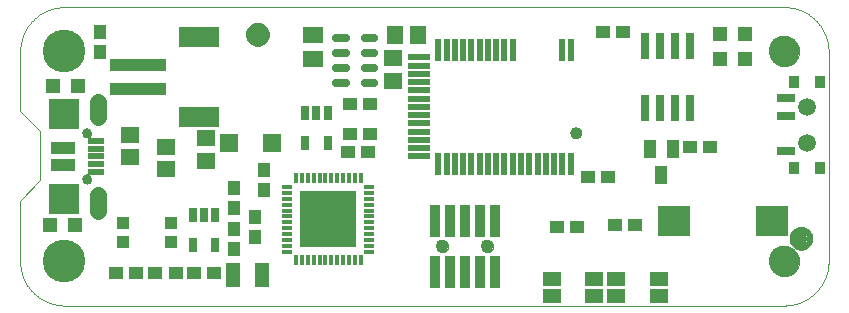
<source format=gts>
G75*
%MOIN*%
%OFA0B0*%
%FSLAX25Y25*%
%IPPOS*%
%LPD*%
%AMOC8*
5,1,8,0,0,1.08239X$1,22.5*
%
%ADD10C,0.00000*%
%ADD11C,0.10243*%
%ADD12R,0.06306X0.05282*%
%ADD13R,0.04337X0.04731*%
%ADD14R,0.05124X0.05124*%
%ADD15R,0.04731X0.04337*%
%ADD16C,0.04337*%
%ADD17C,0.01969*%
%ADD18R,0.04337X0.04337*%
%ADD19C,0.14243*%
%ADD20C,0.03156*%
%ADD21R,0.10243X0.10243*%
%ADD22C,0.05550*%
%ADD23R,0.08274X0.04337*%
%ADD24R,0.05709X0.01969*%
%ADD25R,0.02565X0.05124*%
%ADD26R,0.05912X0.05912*%
%ADD27R,0.18510X0.04337*%
%ADD28R,0.13786X0.06699*%
%ADD29R,0.03353X0.01384*%
%ADD30R,0.01384X0.03353*%
%ADD31R,0.18904X0.18904*%
%ADD32R,0.04731X0.07880*%
%ADD33R,0.05282X0.06306*%
%ADD34R,0.02172X0.07683*%
%ADD35R,0.07683X0.02172*%
%ADD36C,0.03943*%
%ADD37C,0.02565*%
%ADD38R,0.06699X0.05518*%
%ADD39R,0.04337X0.05912*%
%ADD40R,0.11069X0.09888*%
%ADD41R,0.03392X0.10636*%
%ADD42R,0.02762X0.09061*%
%ADD43R,0.05912X0.04534*%
%ADD44R,0.06306X0.03156*%
%ADD45R,0.03550X0.04337*%
%ADD46C,0.05943*%
D10*
X0059095Y0057209D02*
X0299095Y0057209D01*
X0299451Y0057213D01*
X0299806Y0057226D01*
X0300162Y0057248D01*
X0300516Y0057278D01*
X0300870Y0057316D01*
X0301222Y0057364D01*
X0301574Y0057419D01*
X0301924Y0057483D01*
X0302272Y0057556D01*
X0302619Y0057637D01*
X0302963Y0057726D01*
X0303305Y0057824D01*
X0303645Y0057930D01*
X0303982Y0058044D01*
X0304316Y0058166D01*
X0304647Y0058296D01*
X0304975Y0058434D01*
X0305300Y0058580D01*
X0305621Y0058734D01*
X0305938Y0058896D01*
X0306251Y0059065D01*
X0306559Y0059241D01*
X0306864Y0059425D01*
X0307164Y0059617D01*
X0307459Y0059815D01*
X0307750Y0060021D01*
X0308035Y0060234D01*
X0308315Y0060453D01*
X0308590Y0060679D01*
X0308859Y0060912D01*
X0309122Y0061151D01*
X0309380Y0061397D01*
X0309631Y0061648D01*
X0309877Y0061906D01*
X0310116Y0062169D01*
X0310349Y0062438D01*
X0310575Y0062713D01*
X0310794Y0062993D01*
X0311007Y0063278D01*
X0311213Y0063569D01*
X0311411Y0063864D01*
X0311603Y0064164D01*
X0311787Y0064469D01*
X0311963Y0064777D01*
X0312132Y0065090D01*
X0312294Y0065407D01*
X0312448Y0065728D01*
X0312594Y0066053D01*
X0312732Y0066381D01*
X0312862Y0066712D01*
X0312984Y0067046D01*
X0313098Y0067383D01*
X0313204Y0067723D01*
X0313302Y0068065D01*
X0313391Y0068409D01*
X0313472Y0068756D01*
X0313545Y0069104D01*
X0313609Y0069454D01*
X0313664Y0069806D01*
X0313712Y0070158D01*
X0313750Y0070512D01*
X0313780Y0070866D01*
X0313802Y0071222D01*
X0313815Y0071577D01*
X0313819Y0071933D01*
X0313820Y0071933D02*
X0313820Y0141933D01*
X0313819Y0141933D02*
X0313815Y0142289D01*
X0313802Y0142644D01*
X0313780Y0143000D01*
X0313750Y0143354D01*
X0313712Y0143708D01*
X0313664Y0144060D01*
X0313609Y0144412D01*
X0313545Y0144762D01*
X0313472Y0145110D01*
X0313391Y0145457D01*
X0313302Y0145801D01*
X0313204Y0146143D01*
X0313098Y0146483D01*
X0312984Y0146820D01*
X0312862Y0147154D01*
X0312732Y0147485D01*
X0312594Y0147813D01*
X0312448Y0148138D01*
X0312294Y0148459D01*
X0312132Y0148776D01*
X0311963Y0149089D01*
X0311787Y0149397D01*
X0311603Y0149702D01*
X0311411Y0150002D01*
X0311213Y0150297D01*
X0311007Y0150588D01*
X0310794Y0150873D01*
X0310575Y0151153D01*
X0310349Y0151428D01*
X0310116Y0151697D01*
X0309877Y0151960D01*
X0309631Y0152218D01*
X0309380Y0152469D01*
X0309122Y0152715D01*
X0308859Y0152954D01*
X0308590Y0153187D01*
X0308315Y0153413D01*
X0308035Y0153632D01*
X0307750Y0153845D01*
X0307459Y0154051D01*
X0307164Y0154249D01*
X0306864Y0154441D01*
X0306559Y0154625D01*
X0306251Y0154801D01*
X0305938Y0154970D01*
X0305621Y0155132D01*
X0305300Y0155286D01*
X0304975Y0155432D01*
X0304647Y0155570D01*
X0304316Y0155700D01*
X0303982Y0155822D01*
X0303645Y0155936D01*
X0303305Y0156042D01*
X0302963Y0156140D01*
X0302619Y0156229D01*
X0302272Y0156310D01*
X0301924Y0156383D01*
X0301574Y0156447D01*
X0301222Y0156502D01*
X0300870Y0156550D01*
X0300516Y0156588D01*
X0300162Y0156618D01*
X0299806Y0156640D01*
X0299451Y0156653D01*
X0299095Y0156657D01*
X0059095Y0156657D01*
X0058739Y0156653D01*
X0058384Y0156640D01*
X0058028Y0156618D01*
X0057674Y0156588D01*
X0057320Y0156550D01*
X0056968Y0156502D01*
X0056616Y0156447D01*
X0056266Y0156383D01*
X0055918Y0156310D01*
X0055571Y0156229D01*
X0055227Y0156140D01*
X0054885Y0156042D01*
X0054545Y0155936D01*
X0054208Y0155822D01*
X0053874Y0155700D01*
X0053543Y0155570D01*
X0053215Y0155432D01*
X0052890Y0155286D01*
X0052569Y0155132D01*
X0052252Y0154970D01*
X0051939Y0154801D01*
X0051631Y0154625D01*
X0051326Y0154441D01*
X0051026Y0154249D01*
X0050731Y0154051D01*
X0050440Y0153845D01*
X0050155Y0153632D01*
X0049875Y0153413D01*
X0049600Y0153187D01*
X0049331Y0152954D01*
X0049068Y0152715D01*
X0048810Y0152469D01*
X0048559Y0152218D01*
X0048313Y0151960D01*
X0048074Y0151697D01*
X0047841Y0151428D01*
X0047615Y0151153D01*
X0047396Y0150873D01*
X0047183Y0150588D01*
X0046977Y0150297D01*
X0046779Y0150002D01*
X0046587Y0149702D01*
X0046403Y0149397D01*
X0046227Y0149089D01*
X0046058Y0148776D01*
X0045896Y0148459D01*
X0045742Y0148138D01*
X0045596Y0147813D01*
X0045458Y0147485D01*
X0045328Y0147154D01*
X0045206Y0146820D01*
X0045092Y0146483D01*
X0044986Y0146143D01*
X0044888Y0145801D01*
X0044799Y0145457D01*
X0044718Y0145110D01*
X0044645Y0144762D01*
X0044581Y0144412D01*
X0044526Y0144060D01*
X0044478Y0143708D01*
X0044440Y0143354D01*
X0044410Y0143000D01*
X0044388Y0142644D01*
X0044375Y0142289D01*
X0044371Y0141933D01*
X0044371Y0122157D01*
X0051095Y0115433D01*
X0051095Y0098933D01*
X0044371Y0092209D01*
X0044371Y0071933D01*
X0044375Y0071577D01*
X0044388Y0071222D01*
X0044410Y0070866D01*
X0044440Y0070512D01*
X0044478Y0070158D01*
X0044526Y0069806D01*
X0044581Y0069454D01*
X0044645Y0069104D01*
X0044718Y0068756D01*
X0044799Y0068409D01*
X0044888Y0068065D01*
X0044986Y0067723D01*
X0045092Y0067383D01*
X0045206Y0067046D01*
X0045328Y0066712D01*
X0045458Y0066381D01*
X0045596Y0066053D01*
X0045742Y0065728D01*
X0045896Y0065407D01*
X0046058Y0065090D01*
X0046227Y0064777D01*
X0046403Y0064469D01*
X0046587Y0064164D01*
X0046779Y0063864D01*
X0046977Y0063569D01*
X0047183Y0063278D01*
X0047396Y0062993D01*
X0047615Y0062713D01*
X0047841Y0062438D01*
X0048074Y0062169D01*
X0048313Y0061906D01*
X0048559Y0061648D01*
X0048810Y0061397D01*
X0049068Y0061151D01*
X0049331Y0060912D01*
X0049600Y0060679D01*
X0049875Y0060453D01*
X0050155Y0060234D01*
X0050440Y0060021D01*
X0050731Y0059815D01*
X0051026Y0059617D01*
X0051326Y0059425D01*
X0051631Y0059241D01*
X0051939Y0059065D01*
X0052252Y0058896D01*
X0052569Y0058734D01*
X0052890Y0058580D01*
X0053215Y0058434D01*
X0053543Y0058296D01*
X0053874Y0058166D01*
X0054208Y0058044D01*
X0054545Y0057930D01*
X0054885Y0057824D01*
X0055227Y0057726D01*
X0055571Y0057637D01*
X0055918Y0057556D01*
X0056266Y0057483D01*
X0056616Y0057419D01*
X0056968Y0057364D01*
X0057320Y0057316D01*
X0057674Y0057278D01*
X0058028Y0057248D01*
X0058384Y0057226D01*
X0058739Y0057213D01*
X0059095Y0057209D01*
X0057934Y0090988D02*
X0060296Y0090988D01*
X0060373Y0091000D01*
X0060449Y0091015D01*
X0060525Y0091034D01*
X0060599Y0091057D01*
X0060673Y0091083D01*
X0060744Y0091113D01*
X0060815Y0091147D01*
X0060883Y0091183D01*
X0060950Y0091224D01*
X0061015Y0091267D01*
X0061077Y0091313D01*
X0061138Y0091363D01*
X0061195Y0091415D01*
X0061250Y0091471D01*
X0061302Y0091528D01*
X0061352Y0091589D01*
X0061398Y0091651D01*
X0061441Y0091716D01*
X0061481Y0091783D01*
X0061518Y0091852D01*
X0061551Y0091922D01*
X0061581Y0091994D01*
X0061607Y0092068D01*
X0061629Y0092142D01*
X0061648Y0092218D01*
X0061663Y0092294D01*
X0061674Y0092371D01*
X0061682Y0092449D01*
X0061686Y0092527D01*
X0061685Y0092605D01*
X0061682Y0092682D01*
X0061674Y0092760D01*
X0061682Y0092838D01*
X0061685Y0092915D01*
X0061686Y0092993D01*
X0061682Y0093071D01*
X0061674Y0093149D01*
X0061663Y0093226D01*
X0061648Y0093302D01*
X0061629Y0093378D01*
X0061607Y0093452D01*
X0061581Y0093526D01*
X0061551Y0093598D01*
X0061518Y0093668D01*
X0061481Y0093737D01*
X0061441Y0093804D01*
X0061398Y0093869D01*
X0061352Y0093931D01*
X0061302Y0093992D01*
X0061250Y0094049D01*
X0061195Y0094105D01*
X0061138Y0094157D01*
X0061077Y0094207D01*
X0061015Y0094253D01*
X0060950Y0094296D01*
X0060883Y0094337D01*
X0060815Y0094373D01*
X0060744Y0094407D01*
X0060673Y0094437D01*
X0060599Y0094463D01*
X0060525Y0094486D01*
X0060449Y0094505D01*
X0060373Y0094520D01*
X0060296Y0094532D01*
X0060296Y0094531D02*
X0057934Y0094531D01*
X0057934Y0094532D02*
X0057857Y0094520D01*
X0057781Y0094505D01*
X0057705Y0094486D01*
X0057631Y0094463D01*
X0057557Y0094437D01*
X0057486Y0094407D01*
X0057415Y0094373D01*
X0057347Y0094337D01*
X0057280Y0094296D01*
X0057215Y0094253D01*
X0057153Y0094207D01*
X0057092Y0094157D01*
X0057035Y0094105D01*
X0056980Y0094049D01*
X0056928Y0093992D01*
X0056878Y0093931D01*
X0056832Y0093869D01*
X0056789Y0093804D01*
X0056749Y0093737D01*
X0056712Y0093668D01*
X0056679Y0093598D01*
X0056649Y0093526D01*
X0056623Y0093452D01*
X0056601Y0093378D01*
X0056582Y0093302D01*
X0056567Y0093226D01*
X0056556Y0093149D01*
X0056548Y0093071D01*
X0056544Y0092993D01*
X0056545Y0092915D01*
X0056548Y0092838D01*
X0056556Y0092760D01*
X0056548Y0092682D01*
X0056545Y0092605D01*
X0056544Y0092527D01*
X0056548Y0092449D01*
X0056556Y0092371D01*
X0056567Y0092294D01*
X0056582Y0092218D01*
X0056601Y0092142D01*
X0056623Y0092068D01*
X0056649Y0091994D01*
X0056679Y0091922D01*
X0056712Y0091852D01*
X0056749Y0091783D01*
X0056789Y0091716D01*
X0056832Y0091651D01*
X0056878Y0091589D01*
X0056928Y0091528D01*
X0056980Y0091471D01*
X0057035Y0091415D01*
X0057092Y0091363D01*
X0057153Y0091313D01*
X0057215Y0091267D01*
X0057280Y0091224D01*
X0057347Y0091183D01*
X0057415Y0091147D01*
X0057486Y0091113D01*
X0057557Y0091083D01*
X0057631Y0091057D01*
X0057705Y0091034D01*
X0057781Y0091015D01*
X0057857Y0091000D01*
X0057934Y0090988D01*
X0065217Y0099256D02*
X0065219Y0099330D01*
X0065225Y0099404D01*
X0065235Y0099477D01*
X0065249Y0099550D01*
X0065266Y0099622D01*
X0065288Y0099692D01*
X0065313Y0099762D01*
X0065342Y0099830D01*
X0065375Y0099896D01*
X0065411Y0099961D01*
X0065451Y0100023D01*
X0065493Y0100084D01*
X0065539Y0100142D01*
X0065588Y0100197D01*
X0065640Y0100250D01*
X0065695Y0100300D01*
X0065752Y0100346D01*
X0065812Y0100390D01*
X0065874Y0100430D01*
X0065938Y0100467D01*
X0066004Y0100501D01*
X0066072Y0100531D01*
X0066141Y0100557D01*
X0066212Y0100580D01*
X0066283Y0100598D01*
X0066356Y0100613D01*
X0066429Y0100624D01*
X0066503Y0100631D01*
X0066577Y0100634D01*
X0066650Y0100633D01*
X0066724Y0100628D01*
X0066798Y0100619D01*
X0066871Y0100606D01*
X0066943Y0100589D01*
X0067014Y0100569D01*
X0067084Y0100544D01*
X0067152Y0100516D01*
X0067219Y0100485D01*
X0067284Y0100449D01*
X0067347Y0100411D01*
X0067408Y0100369D01*
X0067467Y0100323D01*
X0067523Y0100275D01*
X0067576Y0100224D01*
X0067626Y0100170D01*
X0067674Y0100113D01*
X0067718Y0100054D01*
X0067760Y0099992D01*
X0067798Y0099929D01*
X0067832Y0099863D01*
X0067863Y0099796D01*
X0067890Y0099727D01*
X0067913Y0099657D01*
X0067933Y0099586D01*
X0067949Y0099513D01*
X0067961Y0099440D01*
X0067969Y0099367D01*
X0067973Y0099293D01*
X0067973Y0099219D01*
X0067969Y0099145D01*
X0067961Y0099072D01*
X0067949Y0098999D01*
X0067933Y0098926D01*
X0067913Y0098855D01*
X0067890Y0098785D01*
X0067863Y0098716D01*
X0067832Y0098649D01*
X0067798Y0098583D01*
X0067760Y0098520D01*
X0067718Y0098458D01*
X0067674Y0098399D01*
X0067626Y0098342D01*
X0067576Y0098288D01*
X0067523Y0098237D01*
X0067467Y0098189D01*
X0067408Y0098143D01*
X0067347Y0098101D01*
X0067284Y0098063D01*
X0067219Y0098027D01*
X0067152Y0097996D01*
X0067084Y0097968D01*
X0067014Y0097943D01*
X0066943Y0097923D01*
X0066871Y0097906D01*
X0066798Y0097893D01*
X0066724Y0097884D01*
X0066650Y0097879D01*
X0066577Y0097878D01*
X0066503Y0097881D01*
X0066429Y0097888D01*
X0066356Y0097899D01*
X0066283Y0097914D01*
X0066212Y0097932D01*
X0066141Y0097955D01*
X0066072Y0097981D01*
X0066004Y0098011D01*
X0065938Y0098045D01*
X0065874Y0098082D01*
X0065812Y0098122D01*
X0065752Y0098166D01*
X0065695Y0098212D01*
X0065640Y0098262D01*
X0065588Y0098315D01*
X0065539Y0098370D01*
X0065493Y0098428D01*
X0065451Y0098489D01*
X0065411Y0098551D01*
X0065375Y0098616D01*
X0065342Y0098682D01*
X0065313Y0098750D01*
X0065288Y0098820D01*
X0065266Y0098890D01*
X0065249Y0098962D01*
X0065235Y0099035D01*
X0065225Y0099108D01*
X0065219Y0099182D01*
X0065217Y0099256D01*
X0065217Y0114610D02*
X0065219Y0114684D01*
X0065225Y0114758D01*
X0065235Y0114831D01*
X0065249Y0114904D01*
X0065266Y0114976D01*
X0065288Y0115046D01*
X0065313Y0115116D01*
X0065342Y0115184D01*
X0065375Y0115250D01*
X0065411Y0115315D01*
X0065451Y0115377D01*
X0065493Y0115438D01*
X0065539Y0115496D01*
X0065588Y0115551D01*
X0065640Y0115604D01*
X0065695Y0115654D01*
X0065752Y0115700D01*
X0065812Y0115744D01*
X0065874Y0115784D01*
X0065938Y0115821D01*
X0066004Y0115855D01*
X0066072Y0115885D01*
X0066141Y0115911D01*
X0066212Y0115934D01*
X0066283Y0115952D01*
X0066356Y0115967D01*
X0066429Y0115978D01*
X0066503Y0115985D01*
X0066577Y0115988D01*
X0066650Y0115987D01*
X0066724Y0115982D01*
X0066798Y0115973D01*
X0066871Y0115960D01*
X0066943Y0115943D01*
X0067014Y0115923D01*
X0067084Y0115898D01*
X0067152Y0115870D01*
X0067219Y0115839D01*
X0067284Y0115803D01*
X0067347Y0115765D01*
X0067408Y0115723D01*
X0067467Y0115677D01*
X0067523Y0115629D01*
X0067576Y0115578D01*
X0067626Y0115524D01*
X0067674Y0115467D01*
X0067718Y0115408D01*
X0067760Y0115346D01*
X0067798Y0115283D01*
X0067832Y0115217D01*
X0067863Y0115150D01*
X0067890Y0115081D01*
X0067913Y0115011D01*
X0067933Y0114940D01*
X0067949Y0114867D01*
X0067961Y0114794D01*
X0067969Y0114721D01*
X0067973Y0114647D01*
X0067973Y0114573D01*
X0067969Y0114499D01*
X0067961Y0114426D01*
X0067949Y0114353D01*
X0067933Y0114280D01*
X0067913Y0114209D01*
X0067890Y0114139D01*
X0067863Y0114070D01*
X0067832Y0114003D01*
X0067798Y0113937D01*
X0067760Y0113874D01*
X0067718Y0113812D01*
X0067674Y0113753D01*
X0067626Y0113696D01*
X0067576Y0113642D01*
X0067523Y0113591D01*
X0067467Y0113543D01*
X0067408Y0113497D01*
X0067347Y0113455D01*
X0067284Y0113417D01*
X0067219Y0113381D01*
X0067152Y0113350D01*
X0067084Y0113322D01*
X0067014Y0113297D01*
X0066943Y0113277D01*
X0066871Y0113260D01*
X0066798Y0113247D01*
X0066724Y0113238D01*
X0066650Y0113233D01*
X0066577Y0113232D01*
X0066503Y0113235D01*
X0066429Y0113242D01*
X0066356Y0113253D01*
X0066283Y0113268D01*
X0066212Y0113286D01*
X0066141Y0113309D01*
X0066072Y0113335D01*
X0066004Y0113365D01*
X0065938Y0113399D01*
X0065874Y0113436D01*
X0065812Y0113476D01*
X0065752Y0113520D01*
X0065695Y0113566D01*
X0065640Y0113616D01*
X0065588Y0113669D01*
X0065539Y0113724D01*
X0065493Y0113782D01*
X0065451Y0113843D01*
X0065411Y0113905D01*
X0065375Y0113970D01*
X0065342Y0114036D01*
X0065313Y0114104D01*
X0065288Y0114174D01*
X0065266Y0114244D01*
X0065249Y0114316D01*
X0065235Y0114389D01*
X0065225Y0114462D01*
X0065219Y0114536D01*
X0065217Y0114610D01*
X0060296Y0119335D02*
X0058131Y0119335D01*
X0058130Y0119334D02*
X0058056Y0119331D01*
X0057981Y0119332D01*
X0057906Y0119336D01*
X0057831Y0119345D01*
X0057757Y0119357D01*
X0057684Y0119373D01*
X0057611Y0119392D01*
X0057540Y0119415D01*
X0057470Y0119442D01*
X0057401Y0119472D01*
X0057334Y0119506D01*
X0057269Y0119543D01*
X0057206Y0119583D01*
X0057145Y0119626D01*
X0057086Y0119673D01*
X0057030Y0119722D01*
X0056976Y0119774D01*
X0056925Y0119829D01*
X0056876Y0119887D01*
X0056831Y0119946D01*
X0056789Y0120008D01*
X0056750Y0120072D01*
X0056714Y0120138D01*
X0056681Y0120206D01*
X0056652Y0120275D01*
X0056627Y0120346D01*
X0056605Y0120417D01*
X0056587Y0120490D01*
X0056573Y0120564D01*
X0056562Y0120638D01*
X0056555Y0120713D01*
X0056556Y0120713D02*
X0056556Y0121500D01*
X0056555Y0121500D02*
X0056562Y0121575D01*
X0056573Y0121649D01*
X0056587Y0121723D01*
X0056605Y0121796D01*
X0056627Y0121867D01*
X0056652Y0121938D01*
X0056681Y0122007D01*
X0056714Y0122075D01*
X0056750Y0122141D01*
X0056789Y0122205D01*
X0056831Y0122267D01*
X0056876Y0122326D01*
X0056925Y0122384D01*
X0056976Y0122439D01*
X0057030Y0122491D01*
X0057086Y0122540D01*
X0057145Y0122587D01*
X0057206Y0122630D01*
X0057269Y0122670D01*
X0057334Y0122707D01*
X0057401Y0122741D01*
X0057470Y0122771D01*
X0057540Y0122798D01*
X0057611Y0122821D01*
X0057684Y0122840D01*
X0057757Y0122856D01*
X0057831Y0122868D01*
X0057906Y0122877D01*
X0057981Y0122881D01*
X0058056Y0122882D01*
X0058130Y0122879D01*
X0058131Y0122878D02*
X0060296Y0122878D01*
X0060368Y0122876D01*
X0060440Y0122870D01*
X0060512Y0122861D01*
X0060583Y0122848D01*
X0060653Y0122831D01*
X0060722Y0122811D01*
X0060790Y0122786D01*
X0060856Y0122759D01*
X0060922Y0122728D01*
X0060985Y0122693D01*
X0061047Y0122656D01*
X0061106Y0122615D01*
X0061163Y0122571D01*
X0061218Y0122524D01*
X0061270Y0122474D01*
X0061320Y0122422D01*
X0061367Y0122367D01*
X0061411Y0122310D01*
X0061452Y0122251D01*
X0061489Y0122189D01*
X0061524Y0122126D01*
X0061555Y0122060D01*
X0061582Y0121994D01*
X0061607Y0121926D01*
X0061627Y0121857D01*
X0061644Y0121787D01*
X0061657Y0121716D01*
X0061666Y0121644D01*
X0061672Y0121572D01*
X0061674Y0121500D01*
X0061674Y0120713D01*
X0061672Y0120641D01*
X0061666Y0120569D01*
X0061657Y0120497D01*
X0061644Y0120426D01*
X0061627Y0120356D01*
X0061607Y0120287D01*
X0061582Y0120219D01*
X0061555Y0120153D01*
X0061524Y0120087D01*
X0061489Y0120024D01*
X0061452Y0119962D01*
X0061411Y0119903D01*
X0061367Y0119846D01*
X0061320Y0119791D01*
X0061270Y0119739D01*
X0061218Y0119689D01*
X0061163Y0119642D01*
X0061106Y0119598D01*
X0061047Y0119557D01*
X0060985Y0119520D01*
X0060922Y0119485D01*
X0060856Y0119454D01*
X0060790Y0119427D01*
X0060722Y0119402D01*
X0060653Y0119382D01*
X0060583Y0119365D01*
X0060512Y0119352D01*
X0060440Y0119343D01*
X0060368Y0119337D01*
X0060296Y0119335D01*
X0183126Y0076933D02*
X0183128Y0077021D01*
X0183134Y0077109D01*
X0183144Y0077197D01*
X0183158Y0077285D01*
X0183175Y0077371D01*
X0183197Y0077457D01*
X0183222Y0077541D01*
X0183252Y0077625D01*
X0183284Y0077707D01*
X0183321Y0077787D01*
X0183361Y0077866D01*
X0183405Y0077943D01*
X0183452Y0078018D01*
X0183502Y0078090D01*
X0183556Y0078161D01*
X0183612Y0078228D01*
X0183672Y0078294D01*
X0183734Y0078356D01*
X0183800Y0078416D01*
X0183867Y0078472D01*
X0183938Y0078526D01*
X0184010Y0078576D01*
X0184085Y0078623D01*
X0184162Y0078667D01*
X0184241Y0078707D01*
X0184321Y0078744D01*
X0184403Y0078776D01*
X0184487Y0078806D01*
X0184571Y0078831D01*
X0184657Y0078853D01*
X0184743Y0078870D01*
X0184831Y0078884D01*
X0184919Y0078894D01*
X0185007Y0078900D01*
X0185095Y0078902D01*
X0185183Y0078900D01*
X0185271Y0078894D01*
X0185359Y0078884D01*
X0185447Y0078870D01*
X0185533Y0078853D01*
X0185619Y0078831D01*
X0185703Y0078806D01*
X0185787Y0078776D01*
X0185869Y0078744D01*
X0185949Y0078707D01*
X0186028Y0078667D01*
X0186105Y0078623D01*
X0186180Y0078576D01*
X0186252Y0078526D01*
X0186323Y0078472D01*
X0186390Y0078416D01*
X0186456Y0078356D01*
X0186518Y0078294D01*
X0186578Y0078228D01*
X0186634Y0078161D01*
X0186688Y0078090D01*
X0186738Y0078018D01*
X0186785Y0077943D01*
X0186829Y0077866D01*
X0186869Y0077787D01*
X0186906Y0077707D01*
X0186938Y0077625D01*
X0186968Y0077541D01*
X0186993Y0077457D01*
X0187015Y0077371D01*
X0187032Y0077285D01*
X0187046Y0077197D01*
X0187056Y0077109D01*
X0187062Y0077021D01*
X0187064Y0076933D01*
X0187062Y0076845D01*
X0187056Y0076757D01*
X0187046Y0076669D01*
X0187032Y0076581D01*
X0187015Y0076495D01*
X0186993Y0076409D01*
X0186968Y0076325D01*
X0186938Y0076241D01*
X0186906Y0076159D01*
X0186869Y0076079D01*
X0186829Y0076000D01*
X0186785Y0075923D01*
X0186738Y0075848D01*
X0186688Y0075776D01*
X0186634Y0075705D01*
X0186578Y0075638D01*
X0186518Y0075572D01*
X0186456Y0075510D01*
X0186390Y0075450D01*
X0186323Y0075394D01*
X0186252Y0075340D01*
X0186180Y0075290D01*
X0186105Y0075243D01*
X0186028Y0075199D01*
X0185949Y0075159D01*
X0185869Y0075122D01*
X0185787Y0075090D01*
X0185703Y0075060D01*
X0185619Y0075035D01*
X0185533Y0075013D01*
X0185447Y0074996D01*
X0185359Y0074982D01*
X0185271Y0074972D01*
X0185183Y0074966D01*
X0185095Y0074964D01*
X0185007Y0074966D01*
X0184919Y0074972D01*
X0184831Y0074982D01*
X0184743Y0074996D01*
X0184657Y0075013D01*
X0184571Y0075035D01*
X0184487Y0075060D01*
X0184403Y0075090D01*
X0184321Y0075122D01*
X0184241Y0075159D01*
X0184162Y0075199D01*
X0184085Y0075243D01*
X0184010Y0075290D01*
X0183938Y0075340D01*
X0183867Y0075394D01*
X0183800Y0075450D01*
X0183734Y0075510D01*
X0183672Y0075572D01*
X0183612Y0075638D01*
X0183556Y0075705D01*
X0183502Y0075776D01*
X0183452Y0075848D01*
X0183405Y0075923D01*
X0183361Y0076000D01*
X0183321Y0076079D01*
X0183284Y0076159D01*
X0183252Y0076241D01*
X0183222Y0076325D01*
X0183197Y0076409D01*
X0183175Y0076495D01*
X0183158Y0076581D01*
X0183144Y0076669D01*
X0183134Y0076757D01*
X0183128Y0076845D01*
X0183126Y0076933D01*
X0198126Y0076933D02*
X0198128Y0077021D01*
X0198134Y0077109D01*
X0198144Y0077197D01*
X0198158Y0077285D01*
X0198175Y0077371D01*
X0198197Y0077457D01*
X0198222Y0077541D01*
X0198252Y0077625D01*
X0198284Y0077707D01*
X0198321Y0077787D01*
X0198361Y0077866D01*
X0198405Y0077943D01*
X0198452Y0078018D01*
X0198502Y0078090D01*
X0198556Y0078161D01*
X0198612Y0078228D01*
X0198672Y0078294D01*
X0198734Y0078356D01*
X0198800Y0078416D01*
X0198867Y0078472D01*
X0198938Y0078526D01*
X0199010Y0078576D01*
X0199085Y0078623D01*
X0199162Y0078667D01*
X0199241Y0078707D01*
X0199321Y0078744D01*
X0199403Y0078776D01*
X0199487Y0078806D01*
X0199571Y0078831D01*
X0199657Y0078853D01*
X0199743Y0078870D01*
X0199831Y0078884D01*
X0199919Y0078894D01*
X0200007Y0078900D01*
X0200095Y0078902D01*
X0200183Y0078900D01*
X0200271Y0078894D01*
X0200359Y0078884D01*
X0200447Y0078870D01*
X0200533Y0078853D01*
X0200619Y0078831D01*
X0200703Y0078806D01*
X0200787Y0078776D01*
X0200869Y0078744D01*
X0200949Y0078707D01*
X0201028Y0078667D01*
X0201105Y0078623D01*
X0201180Y0078576D01*
X0201252Y0078526D01*
X0201323Y0078472D01*
X0201390Y0078416D01*
X0201456Y0078356D01*
X0201518Y0078294D01*
X0201578Y0078228D01*
X0201634Y0078161D01*
X0201688Y0078090D01*
X0201738Y0078018D01*
X0201785Y0077943D01*
X0201829Y0077866D01*
X0201869Y0077787D01*
X0201906Y0077707D01*
X0201938Y0077625D01*
X0201968Y0077541D01*
X0201993Y0077457D01*
X0202015Y0077371D01*
X0202032Y0077285D01*
X0202046Y0077197D01*
X0202056Y0077109D01*
X0202062Y0077021D01*
X0202064Y0076933D01*
X0202062Y0076845D01*
X0202056Y0076757D01*
X0202046Y0076669D01*
X0202032Y0076581D01*
X0202015Y0076495D01*
X0201993Y0076409D01*
X0201968Y0076325D01*
X0201938Y0076241D01*
X0201906Y0076159D01*
X0201869Y0076079D01*
X0201829Y0076000D01*
X0201785Y0075923D01*
X0201738Y0075848D01*
X0201688Y0075776D01*
X0201634Y0075705D01*
X0201578Y0075638D01*
X0201518Y0075572D01*
X0201456Y0075510D01*
X0201390Y0075450D01*
X0201323Y0075394D01*
X0201252Y0075340D01*
X0201180Y0075290D01*
X0201105Y0075243D01*
X0201028Y0075199D01*
X0200949Y0075159D01*
X0200869Y0075122D01*
X0200787Y0075090D01*
X0200703Y0075060D01*
X0200619Y0075035D01*
X0200533Y0075013D01*
X0200447Y0074996D01*
X0200359Y0074982D01*
X0200271Y0074972D01*
X0200183Y0074966D01*
X0200095Y0074964D01*
X0200007Y0074966D01*
X0199919Y0074972D01*
X0199831Y0074982D01*
X0199743Y0074996D01*
X0199657Y0075013D01*
X0199571Y0075035D01*
X0199487Y0075060D01*
X0199403Y0075090D01*
X0199321Y0075122D01*
X0199241Y0075159D01*
X0199162Y0075199D01*
X0199085Y0075243D01*
X0199010Y0075290D01*
X0198938Y0075340D01*
X0198867Y0075394D01*
X0198800Y0075450D01*
X0198734Y0075510D01*
X0198672Y0075572D01*
X0198612Y0075638D01*
X0198556Y0075705D01*
X0198502Y0075776D01*
X0198452Y0075848D01*
X0198405Y0075923D01*
X0198361Y0076000D01*
X0198321Y0076079D01*
X0198284Y0076159D01*
X0198252Y0076241D01*
X0198222Y0076325D01*
X0198197Y0076409D01*
X0198175Y0076495D01*
X0198158Y0076581D01*
X0198144Y0076669D01*
X0198134Y0076757D01*
X0198128Y0076845D01*
X0198126Y0076933D01*
X0227843Y0114772D02*
X0227845Y0114856D01*
X0227851Y0114939D01*
X0227861Y0115022D01*
X0227875Y0115105D01*
X0227892Y0115187D01*
X0227914Y0115268D01*
X0227939Y0115347D01*
X0227968Y0115426D01*
X0228001Y0115503D01*
X0228037Y0115578D01*
X0228077Y0115652D01*
X0228120Y0115724D01*
X0228167Y0115793D01*
X0228217Y0115860D01*
X0228270Y0115925D01*
X0228326Y0115987D01*
X0228384Y0116047D01*
X0228446Y0116104D01*
X0228510Y0116157D01*
X0228577Y0116208D01*
X0228646Y0116255D01*
X0228717Y0116300D01*
X0228790Y0116340D01*
X0228865Y0116377D01*
X0228942Y0116411D01*
X0229020Y0116441D01*
X0229099Y0116467D01*
X0229180Y0116490D01*
X0229262Y0116508D01*
X0229344Y0116523D01*
X0229427Y0116534D01*
X0229510Y0116541D01*
X0229594Y0116544D01*
X0229678Y0116543D01*
X0229761Y0116538D01*
X0229845Y0116529D01*
X0229927Y0116516D01*
X0230009Y0116500D01*
X0230090Y0116479D01*
X0230171Y0116455D01*
X0230249Y0116427D01*
X0230327Y0116395D01*
X0230403Y0116359D01*
X0230477Y0116320D01*
X0230549Y0116278D01*
X0230619Y0116232D01*
X0230687Y0116183D01*
X0230752Y0116131D01*
X0230815Y0116076D01*
X0230875Y0116018D01*
X0230933Y0115957D01*
X0230987Y0115893D01*
X0231039Y0115827D01*
X0231087Y0115759D01*
X0231132Y0115688D01*
X0231173Y0115615D01*
X0231212Y0115541D01*
X0231246Y0115465D01*
X0231277Y0115387D01*
X0231304Y0115308D01*
X0231328Y0115227D01*
X0231347Y0115146D01*
X0231363Y0115064D01*
X0231375Y0114981D01*
X0231383Y0114897D01*
X0231387Y0114814D01*
X0231387Y0114730D01*
X0231383Y0114647D01*
X0231375Y0114563D01*
X0231363Y0114480D01*
X0231347Y0114398D01*
X0231328Y0114317D01*
X0231304Y0114236D01*
X0231277Y0114157D01*
X0231246Y0114079D01*
X0231212Y0114003D01*
X0231173Y0113929D01*
X0231132Y0113856D01*
X0231087Y0113785D01*
X0231039Y0113717D01*
X0230987Y0113651D01*
X0230933Y0113587D01*
X0230875Y0113526D01*
X0230815Y0113468D01*
X0230752Y0113413D01*
X0230687Y0113361D01*
X0230619Y0113312D01*
X0230549Y0113266D01*
X0230477Y0113224D01*
X0230403Y0113185D01*
X0230327Y0113149D01*
X0230249Y0113117D01*
X0230171Y0113089D01*
X0230090Y0113065D01*
X0230009Y0113044D01*
X0229927Y0113028D01*
X0229845Y0113015D01*
X0229761Y0113006D01*
X0229678Y0113001D01*
X0229594Y0113000D01*
X0229510Y0113003D01*
X0229427Y0113010D01*
X0229344Y0113021D01*
X0229262Y0113036D01*
X0229180Y0113054D01*
X0229099Y0113077D01*
X0229020Y0113103D01*
X0228942Y0113133D01*
X0228865Y0113167D01*
X0228790Y0113204D01*
X0228717Y0113244D01*
X0228646Y0113289D01*
X0228577Y0113336D01*
X0228510Y0113387D01*
X0228446Y0113440D01*
X0228384Y0113497D01*
X0228326Y0113557D01*
X0228270Y0113619D01*
X0228217Y0113684D01*
X0228167Y0113751D01*
X0228120Y0113820D01*
X0228077Y0113892D01*
X0228037Y0113966D01*
X0228001Y0114041D01*
X0227968Y0114118D01*
X0227939Y0114197D01*
X0227914Y0114276D01*
X0227892Y0114357D01*
X0227875Y0114439D01*
X0227861Y0114522D01*
X0227851Y0114605D01*
X0227845Y0114688D01*
X0227843Y0114772D01*
X0294174Y0141933D02*
X0294176Y0142073D01*
X0294182Y0142213D01*
X0294192Y0142352D01*
X0294206Y0142491D01*
X0294224Y0142630D01*
X0294245Y0142768D01*
X0294271Y0142906D01*
X0294301Y0143043D01*
X0294334Y0143178D01*
X0294372Y0143313D01*
X0294413Y0143447D01*
X0294458Y0143580D01*
X0294506Y0143711D01*
X0294559Y0143840D01*
X0294615Y0143969D01*
X0294674Y0144095D01*
X0294738Y0144220D01*
X0294804Y0144343D01*
X0294875Y0144464D01*
X0294948Y0144583D01*
X0295025Y0144700D01*
X0295106Y0144814D01*
X0295189Y0144926D01*
X0295276Y0145036D01*
X0295366Y0145144D01*
X0295458Y0145248D01*
X0295554Y0145350D01*
X0295653Y0145450D01*
X0295754Y0145546D01*
X0295858Y0145640D01*
X0295965Y0145730D01*
X0296074Y0145817D01*
X0296186Y0145902D01*
X0296300Y0145983D01*
X0296416Y0146061D01*
X0296534Y0146135D01*
X0296655Y0146206D01*
X0296777Y0146274D01*
X0296902Y0146338D01*
X0297028Y0146399D01*
X0297155Y0146456D01*
X0297285Y0146509D01*
X0297416Y0146559D01*
X0297548Y0146604D01*
X0297681Y0146647D01*
X0297816Y0146685D01*
X0297951Y0146719D01*
X0298088Y0146750D01*
X0298225Y0146777D01*
X0298363Y0146799D01*
X0298502Y0146818D01*
X0298641Y0146833D01*
X0298780Y0146844D01*
X0298920Y0146851D01*
X0299060Y0146854D01*
X0299200Y0146853D01*
X0299340Y0146848D01*
X0299479Y0146839D01*
X0299619Y0146826D01*
X0299758Y0146809D01*
X0299896Y0146788D01*
X0300034Y0146764D01*
X0300171Y0146735D01*
X0300307Y0146703D01*
X0300442Y0146666D01*
X0300576Y0146626D01*
X0300709Y0146582D01*
X0300840Y0146534D01*
X0300970Y0146483D01*
X0301099Y0146428D01*
X0301226Y0146369D01*
X0301351Y0146306D01*
X0301474Y0146241D01*
X0301596Y0146171D01*
X0301715Y0146098D01*
X0301833Y0146022D01*
X0301948Y0145943D01*
X0302061Y0145860D01*
X0302171Y0145774D01*
X0302279Y0145685D01*
X0302384Y0145593D01*
X0302487Y0145498D01*
X0302587Y0145400D01*
X0302684Y0145300D01*
X0302778Y0145196D01*
X0302870Y0145090D01*
X0302958Y0144982D01*
X0303043Y0144871D01*
X0303125Y0144757D01*
X0303204Y0144641D01*
X0303279Y0144524D01*
X0303351Y0144404D01*
X0303419Y0144282D01*
X0303484Y0144158D01*
X0303546Y0144032D01*
X0303604Y0143905D01*
X0303658Y0143776D01*
X0303709Y0143645D01*
X0303755Y0143513D01*
X0303798Y0143380D01*
X0303838Y0143246D01*
X0303873Y0143111D01*
X0303905Y0142974D01*
X0303932Y0142837D01*
X0303956Y0142699D01*
X0303976Y0142561D01*
X0303992Y0142422D01*
X0304004Y0142282D01*
X0304012Y0142143D01*
X0304016Y0142003D01*
X0304016Y0141863D01*
X0304012Y0141723D01*
X0304004Y0141584D01*
X0303992Y0141444D01*
X0303976Y0141305D01*
X0303956Y0141167D01*
X0303932Y0141029D01*
X0303905Y0140892D01*
X0303873Y0140755D01*
X0303838Y0140620D01*
X0303798Y0140486D01*
X0303755Y0140353D01*
X0303709Y0140221D01*
X0303658Y0140090D01*
X0303604Y0139961D01*
X0303546Y0139834D01*
X0303484Y0139708D01*
X0303419Y0139584D01*
X0303351Y0139462D01*
X0303279Y0139342D01*
X0303204Y0139225D01*
X0303125Y0139109D01*
X0303043Y0138995D01*
X0302958Y0138884D01*
X0302870Y0138776D01*
X0302778Y0138670D01*
X0302684Y0138566D01*
X0302587Y0138466D01*
X0302487Y0138368D01*
X0302384Y0138273D01*
X0302279Y0138181D01*
X0302171Y0138092D01*
X0302061Y0138006D01*
X0301948Y0137923D01*
X0301833Y0137844D01*
X0301715Y0137768D01*
X0301596Y0137695D01*
X0301474Y0137625D01*
X0301351Y0137560D01*
X0301226Y0137497D01*
X0301099Y0137438D01*
X0300970Y0137383D01*
X0300840Y0137332D01*
X0300709Y0137284D01*
X0300576Y0137240D01*
X0300442Y0137200D01*
X0300307Y0137163D01*
X0300171Y0137131D01*
X0300034Y0137102D01*
X0299896Y0137078D01*
X0299758Y0137057D01*
X0299619Y0137040D01*
X0299479Y0137027D01*
X0299340Y0137018D01*
X0299200Y0137013D01*
X0299060Y0137012D01*
X0298920Y0137015D01*
X0298780Y0137022D01*
X0298641Y0137033D01*
X0298502Y0137048D01*
X0298363Y0137067D01*
X0298225Y0137089D01*
X0298088Y0137116D01*
X0297951Y0137147D01*
X0297816Y0137181D01*
X0297681Y0137219D01*
X0297548Y0137262D01*
X0297416Y0137307D01*
X0297285Y0137357D01*
X0297155Y0137410D01*
X0297028Y0137467D01*
X0296902Y0137528D01*
X0296777Y0137592D01*
X0296655Y0137660D01*
X0296534Y0137731D01*
X0296416Y0137805D01*
X0296300Y0137883D01*
X0296186Y0137964D01*
X0296074Y0138049D01*
X0295965Y0138136D01*
X0295858Y0138226D01*
X0295754Y0138320D01*
X0295653Y0138416D01*
X0295554Y0138516D01*
X0295458Y0138618D01*
X0295366Y0138722D01*
X0295276Y0138830D01*
X0295189Y0138940D01*
X0295106Y0139052D01*
X0295025Y0139166D01*
X0294948Y0139283D01*
X0294875Y0139402D01*
X0294804Y0139523D01*
X0294738Y0139646D01*
X0294674Y0139771D01*
X0294615Y0139897D01*
X0294559Y0140026D01*
X0294506Y0140155D01*
X0294458Y0140286D01*
X0294413Y0140419D01*
X0294372Y0140553D01*
X0294334Y0140688D01*
X0294301Y0140823D01*
X0294271Y0140960D01*
X0294245Y0141098D01*
X0294224Y0141236D01*
X0294206Y0141375D01*
X0294192Y0141514D01*
X0294182Y0141653D01*
X0294176Y0141793D01*
X0294174Y0141933D01*
X0294174Y0071933D02*
X0294176Y0072073D01*
X0294182Y0072213D01*
X0294192Y0072352D01*
X0294206Y0072491D01*
X0294224Y0072630D01*
X0294245Y0072768D01*
X0294271Y0072906D01*
X0294301Y0073043D01*
X0294334Y0073178D01*
X0294372Y0073313D01*
X0294413Y0073447D01*
X0294458Y0073580D01*
X0294506Y0073711D01*
X0294559Y0073840D01*
X0294615Y0073969D01*
X0294674Y0074095D01*
X0294738Y0074220D01*
X0294804Y0074343D01*
X0294875Y0074464D01*
X0294948Y0074583D01*
X0295025Y0074700D01*
X0295106Y0074814D01*
X0295189Y0074926D01*
X0295276Y0075036D01*
X0295366Y0075144D01*
X0295458Y0075248D01*
X0295554Y0075350D01*
X0295653Y0075450D01*
X0295754Y0075546D01*
X0295858Y0075640D01*
X0295965Y0075730D01*
X0296074Y0075817D01*
X0296186Y0075902D01*
X0296300Y0075983D01*
X0296416Y0076061D01*
X0296534Y0076135D01*
X0296655Y0076206D01*
X0296777Y0076274D01*
X0296902Y0076338D01*
X0297028Y0076399D01*
X0297155Y0076456D01*
X0297285Y0076509D01*
X0297416Y0076559D01*
X0297548Y0076604D01*
X0297681Y0076647D01*
X0297816Y0076685D01*
X0297951Y0076719D01*
X0298088Y0076750D01*
X0298225Y0076777D01*
X0298363Y0076799D01*
X0298502Y0076818D01*
X0298641Y0076833D01*
X0298780Y0076844D01*
X0298920Y0076851D01*
X0299060Y0076854D01*
X0299200Y0076853D01*
X0299340Y0076848D01*
X0299479Y0076839D01*
X0299619Y0076826D01*
X0299758Y0076809D01*
X0299896Y0076788D01*
X0300034Y0076764D01*
X0300171Y0076735D01*
X0300307Y0076703D01*
X0300442Y0076666D01*
X0300576Y0076626D01*
X0300709Y0076582D01*
X0300840Y0076534D01*
X0300970Y0076483D01*
X0301099Y0076428D01*
X0301226Y0076369D01*
X0301351Y0076306D01*
X0301474Y0076241D01*
X0301596Y0076171D01*
X0301715Y0076098D01*
X0301833Y0076022D01*
X0301948Y0075943D01*
X0302061Y0075860D01*
X0302171Y0075774D01*
X0302279Y0075685D01*
X0302384Y0075593D01*
X0302487Y0075498D01*
X0302587Y0075400D01*
X0302684Y0075300D01*
X0302778Y0075196D01*
X0302870Y0075090D01*
X0302958Y0074982D01*
X0303043Y0074871D01*
X0303125Y0074757D01*
X0303204Y0074641D01*
X0303279Y0074524D01*
X0303351Y0074404D01*
X0303419Y0074282D01*
X0303484Y0074158D01*
X0303546Y0074032D01*
X0303604Y0073905D01*
X0303658Y0073776D01*
X0303709Y0073645D01*
X0303755Y0073513D01*
X0303798Y0073380D01*
X0303838Y0073246D01*
X0303873Y0073111D01*
X0303905Y0072974D01*
X0303932Y0072837D01*
X0303956Y0072699D01*
X0303976Y0072561D01*
X0303992Y0072422D01*
X0304004Y0072282D01*
X0304012Y0072143D01*
X0304016Y0072003D01*
X0304016Y0071863D01*
X0304012Y0071723D01*
X0304004Y0071584D01*
X0303992Y0071444D01*
X0303976Y0071305D01*
X0303956Y0071167D01*
X0303932Y0071029D01*
X0303905Y0070892D01*
X0303873Y0070755D01*
X0303838Y0070620D01*
X0303798Y0070486D01*
X0303755Y0070353D01*
X0303709Y0070221D01*
X0303658Y0070090D01*
X0303604Y0069961D01*
X0303546Y0069834D01*
X0303484Y0069708D01*
X0303419Y0069584D01*
X0303351Y0069462D01*
X0303279Y0069342D01*
X0303204Y0069225D01*
X0303125Y0069109D01*
X0303043Y0068995D01*
X0302958Y0068884D01*
X0302870Y0068776D01*
X0302778Y0068670D01*
X0302684Y0068566D01*
X0302587Y0068466D01*
X0302487Y0068368D01*
X0302384Y0068273D01*
X0302279Y0068181D01*
X0302171Y0068092D01*
X0302061Y0068006D01*
X0301948Y0067923D01*
X0301833Y0067844D01*
X0301715Y0067768D01*
X0301596Y0067695D01*
X0301474Y0067625D01*
X0301351Y0067560D01*
X0301226Y0067497D01*
X0301099Y0067438D01*
X0300970Y0067383D01*
X0300840Y0067332D01*
X0300709Y0067284D01*
X0300576Y0067240D01*
X0300442Y0067200D01*
X0300307Y0067163D01*
X0300171Y0067131D01*
X0300034Y0067102D01*
X0299896Y0067078D01*
X0299758Y0067057D01*
X0299619Y0067040D01*
X0299479Y0067027D01*
X0299340Y0067018D01*
X0299200Y0067013D01*
X0299060Y0067012D01*
X0298920Y0067015D01*
X0298780Y0067022D01*
X0298641Y0067033D01*
X0298502Y0067048D01*
X0298363Y0067067D01*
X0298225Y0067089D01*
X0298088Y0067116D01*
X0297951Y0067147D01*
X0297816Y0067181D01*
X0297681Y0067219D01*
X0297548Y0067262D01*
X0297416Y0067307D01*
X0297285Y0067357D01*
X0297155Y0067410D01*
X0297028Y0067467D01*
X0296902Y0067528D01*
X0296777Y0067592D01*
X0296655Y0067660D01*
X0296534Y0067731D01*
X0296416Y0067805D01*
X0296300Y0067883D01*
X0296186Y0067964D01*
X0296074Y0068049D01*
X0295965Y0068136D01*
X0295858Y0068226D01*
X0295754Y0068320D01*
X0295653Y0068416D01*
X0295554Y0068516D01*
X0295458Y0068618D01*
X0295366Y0068722D01*
X0295276Y0068830D01*
X0295189Y0068940D01*
X0295106Y0069052D01*
X0295025Y0069166D01*
X0294948Y0069283D01*
X0294875Y0069402D01*
X0294804Y0069523D01*
X0294738Y0069646D01*
X0294674Y0069771D01*
X0294615Y0069897D01*
X0294559Y0070026D01*
X0294506Y0070155D01*
X0294458Y0070286D01*
X0294413Y0070419D01*
X0294372Y0070553D01*
X0294334Y0070688D01*
X0294301Y0070823D01*
X0294271Y0070960D01*
X0294245Y0071098D01*
X0294224Y0071236D01*
X0294206Y0071375D01*
X0294192Y0071514D01*
X0294182Y0071653D01*
X0294176Y0071793D01*
X0294174Y0071933D01*
D11*
X0299095Y0071933D03*
X0299095Y0141933D03*
D12*
X0168595Y0139673D03*
X0168595Y0132193D03*
X0106154Y0112937D03*
X0093095Y0110173D03*
X0106154Y0105457D03*
X0093095Y0102693D03*
X0080938Y0106713D03*
X0080938Y0114193D03*
D13*
X0115662Y0096480D03*
X0125595Y0095587D03*
X0115662Y0089787D03*
X0122595Y0086780D03*
X0115595Y0082780D03*
X0122595Y0080087D03*
X0115595Y0076087D03*
X0125595Y0102280D03*
X0071095Y0141587D03*
X0071095Y0148280D03*
D14*
X0063642Y0130276D03*
X0055375Y0130276D03*
X0054461Y0083933D03*
X0062729Y0083933D03*
X0277595Y0139299D03*
X0286095Y0139299D03*
X0286095Y0147567D03*
X0277595Y0147567D03*
D15*
X0245442Y0148433D03*
X0238749Y0148433D03*
X0267749Y0109933D03*
X0274442Y0109933D03*
X0240442Y0099933D03*
X0233749Y0099933D03*
X0229942Y0083433D03*
X0223249Y0083433D03*
X0242749Y0083933D03*
X0249442Y0083933D03*
X0160442Y0108433D03*
X0153749Y0108433D03*
X0154249Y0114433D03*
X0160942Y0114433D03*
X0160942Y0124433D03*
X0154249Y0124433D03*
X0108942Y0067933D03*
X0102249Y0067933D03*
X0096142Y0068038D03*
X0089449Y0068038D03*
X0082942Y0067933D03*
X0076249Y0067933D03*
D16*
X0185095Y0076933D03*
X0200095Y0076933D03*
X0304781Y0079461D03*
X0123595Y0147433D03*
D17*
X0123595Y0150386D02*
X0123487Y0150384D01*
X0123379Y0150378D01*
X0123272Y0150368D01*
X0123165Y0150355D01*
X0123059Y0150337D01*
X0122953Y0150315D01*
X0122848Y0150290D01*
X0122744Y0150261D01*
X0122642Y0150228D01*
X0122540Y0150191D01*
X0122440Y0150151D01*
X0122342Y0150107D01*
X0122245Y0150059D01*
X0122150Y0150008D01*
X0122057Y0149954D01*
X0121966Y0149896D01*
X0121877Y0149835D01*
X0121790Y0149770D01*
X0121706Y0149703D01*
X0121624Y0149632D01*
X0121545Y0149559D01*
X0121469Y0149483D01*
X0121396Y0149404D01*
X0121325Y0149322D01*
X0121258Y0149238D01*
X0121193Y0149151D01*
X0121132Y0149062D01*
X0121074Y0148971D01*
X0121020Y0148878D01*
X0120969Y0148783D01*
X0120921Y0148686D01*
X0120877Y0148588D01*
X0120837Y0148488D01*
X0120800Y0148386D01*
X0120767Y0148284D01*
X0120738Y0148180D01*
X0120713Y0148075D01*
X0120691Y0147969D01*
X0120673Y0147863D01*
X0120660Y0147756D01*
X0120650Y0147649D01*
X0120644Y0147541D01*
X0120642Y0147433D01*
X0120644Y0147325D01*
X0120650Y0147217D01*
X0120660Y0147110D01*
X0120673Y0147003D01*
X0120691Y0146897D01*
X0120713Y0146791D01*
X0120738Y0146686D01*
X0120767Y0146582D01*
X0120800Y0146480D01*
X0120837Y0146378D01*
X0120877Y0146278D01*
X0120921Y0146180D01*
X0120969Y0146083D01*
X0121020Y0145988D01*
X0121074Y0145895D01*
X0121132Y0145804D01*
X0121193Y0145715D01*
X0121258Y0145628D01*
X0121325Y0145544D01*
X0121396Y0145462D01*
X0121469Y0145383D01*
X0121545Y0145307D01*
X0121624Y0145234D01*
X0121706Y0145163D01*
X0121790Y0145096D01*
X0121877Y0145031D01*
X0121966Y0144970D01*
X0122057Y0144912D01*
X0122150Y0144858D01*
X0122245Y0144807D01*
X0122342Y0144759D01*
X0122440Y0144715D01*
X0122540Y0144675D01*
X0122642Y0144638D01*
X0122744Y0144605D01*
X0122848Y0144576D01*
X0122953Y0144551D01*
X0123059Y0144529D01*
X0123165Y0144511D01*
X0123272Y0144498D01*
X0123379Y0144488D01*
X0123487Y0144482D01*
X0123595Y0144480D01*
X0123703Y0144482D01*
X0123811Y0144488D01*
X0123918Y0144498D01*
X0124025Y0144511D01*
X0124131Y0144529D01*
X0124237Y0144551D01*
X0124342Y0144576D01*
X0124446Y0144605D01*
X0124548Y0144638D01*
X0124650Y0144675D01*
X0124750Y0144715D01*
X0124848Y0144759D01*
X0124945Y0144807D01*
X0125040Y0144858D01*
X0125133Y0144912D01*
X0125224Y0144970D01*
X0125313Y0145031D01*
X0125400Y0145096D01*
X0125484Y0145163D01*
X0125566Y0145234D01*
X0125645Y0145307D01*
X0125721Y0145383D01*
X0125794Y0145462D01*
X0125865Y0145544D01*
X0125932Y0145628D01*
X0125997Y0145715D01*
X0126058Y0145804D01*
X0126116Y0145895D01*
X0126170Y0145988D01*
X0126221Y0146083D01*
X0126269Y0146180D01*
X0126313Y0146278D01*
X0126353Y0146378D01*
X0126390Y0146480D01*
X0126423Y0146582D01*
X0126452Y0146686D01*
X0126477Y0146791D01*
X0126499Y0146897D01*
X0126517Y0147003D01*
X0126530Y0147110D01*
X0126540Y0147217D01*
X0126546Y0147325D01*
X0126548Y0147433D01*
X0126546Y0147541D01*
X0126540Y0147649D01*
X0126530Y0147756D01*
X0126517Y0147863D01*
X0126499Y0147969D01*
X0126477Y0148075D01*
X0126452Y0148180D01*
X0126423Y0148284D01*
X0126390Y0148386D01*
X0126353Y0148488D01*
X0126313Y0148588D01*
X0126269Y0148686D01*
X0126221Y0148783D01*
X0126170Y0148878D01*
X0126116Y0148971D01*
X0126058Y0149062D01*
X0125997Y0149151D01*
X0125932Y0149238D01*
X0125865Y0149322D01*
X0125794Y0149404D01*
X0125721Y0149483D01*
X0125645Y0149559D01*
X0125566Y0149632D01*
X0125484Y0149703D01*
X0125400Y0149770D01*
X0125313Y0149835D01*
X0125224Y0149896D01*
X0125133Y0149954D01*
X0125040Y0150008D01*
X0124945Y0150059D01*
X0124848Y0150107D01*
X0124750Y0150151D01*
X0124650Y0150191D01*
X0124548Y0150228D01*
X0124446Y0150261D01*
X0124342Y0150290D01*
X0124237Y0150315D01*
X0124131Y0150337D01*
X0124025Y0150355D01*
X0123918Y0150368D01*
X0123811Y0150378D01*
X0123703Y0150384D01*
X0123595Y0150386D01*
X0301828Y0079461D02*
X0301830Y0079569D01*
X0301836Y0079677D01*
X0301846Y0079784D01*
X0301859Y0079891D01*
X0301877Y0079997D01*
X0301899Y0080103D01*
X0301924Y0080208D01*
X0301953Y0080312D01*
X0301986Y0080414D01*
X0302023Y0080516D01*
X0302063Y0080616D01*
X0302107Y0080714D01*
X0302155Y0080811D01*
X0302206Y0080906D01*
X0302260Y0080999D01*
X0302318Y0081090D01*
X0302379Y0081179D01*
X0302444Y0081266D01*
X0302511Y0081350D01*
X0302582Y0081432D01*
X0302655Y0081511D01*
X0302731Y0081587D01*
X0302810Y0081660D01*
X0302892Y0081731D01*
X0302976Y0081798D01*
X0303063Y0081863D01*
X0303152Y0081924D01*
X0303243Y0081982D01*
X0303336Y0082036D01*
X0303431Y0082087D01*
X0303528Y0082135D01*
X0303626Y0082179D01*
X0303726Y0082219D01*
X0303828Y0082256D01*
X0303930Y0082289D01*
X0304034Y0082318D01*
X0304139Y0082343D01*
X0304245Y0082365D01*
X0304351Y0082383D01*
X0304458Y0082396D01*
X0304565Y0082406D01*
X0304673Y0082412D01*
X0304781Y0082414D01*
X0301828Y0079461D02*
X0301830Y0079353D01*
X0301836Y0079245D01*
X0301846Y0079138D01*
X0301859Y0079031D01*
X0301877Y0078925D01*
X0301899Y0078819D01*
X0301924Y0078714D01*
X0301953Y0078610D01*
X0301986Y0078508D01*
X0302023Y0078406D01*
X0302063Y0078306D01*
X0302107Y0078208D01*
X0302155Y0078111D01*
X0302206Y0078016D01*
X0302260Y0077923D01*
X0302318Y0077832D01*
X0302379Y0077743D01*
X0302444Y0077656D01*
X0302511Y0077572D01*
X0302582Y0077490D01*
X0302655Y0077411D01*
X0302731Y0077335D01*
X0302810Y0077262D01*
X0302892Y0077191D01*
X0302976Y0077124D01*
X0303063Y0077059D01*
X0303152Y0076998D01*
X0303243Y0076940D01*
X0303336Y0076886D01*
X0303431Y0076835D01*
X0303528Y0076787D01*
X0303626Y0076743D01*
X0303726Y0076703D01*
X0303828Y0076666D01*
X0303930Y0076633D01*
X0304034Y0076604D01*
X0304139Y0076579D01*
X0304245Y0076557D01*
X0304351Y0076539D01*
X0304458Y0076526D01*
X0304565Y0076516D01*
X0304673Y0076510D01*
X0304781Y0076508D01*
X0304889Y0076510D01*
X0304997Y0076516D01*
X0305104Y0076526D01*
X0305211Y0076539D01*
X0305317Y0076557D01*
X0305423Y0076579D01*
X0305528Y0076604D01*
X0305632Y0076633D01*
X0305734Y0076666D01*
X0305836Y0076703D01*
X0305936Y0076743D01*
X0306034Y0076787D01*
X0306131Y0076835D01*
X0306226Y0076886D01*
X0306319Y0076940D01*
X0306410Y0076998D01*
X0306499Y0077059D01*
X0306586Y0077124D01*
X0306670Y0077191D01*
X0306752Y0077262D01*
X0306831Y0077335D01*
X0306907Y0077411D01*
X0306980Y0077490D01*
X0307051Y0077572D01*
X0307118Y0077656D01*
X0307183Y0077743D01*
X0307244Y0077832D01*
X0307302Y0077923D01*
X0307356Y0078016D01*
X0307407Y0078111D01*
X0307455Y0078208D01*
X0307499Y0078306D01*
X0307539Y0078406D01*
X0307576Y0078508D01*
X0307609Y0078610D01*
X0307638Y0078714D01*
X0307663Y0078819D01*
X0307685Y0078925D01*
X0307703Y0079031D01*
X0307716Y0079138D01*
X0307726Y0079245D01*
X0307732Y0079353D01*
X0307734Y0079461D01*
X0307732Y0079569D01*
X0307726Y0079677D01*
X0307716Y0079784D01*
X0307703Y0079891D01*
X0307685Y0079997D01*
X0307663Y0080103D01*
X0307638Y0080208D01*
X0307609Y0080312D01*
X0307576Y0080414D01*
X0307539Y0080516D01*
X0307499Y0080616D01*
X0307455Y0080714D01*
X0307407Y0080811D01*
X0307356Y0080906D01*
X0307302Y0080999D01*
X0307244Y0081090D01*
X0307183Y0081179D01*
X0307118Y0081266D01*
X0307051Y0081350D01*
X0306980Y0081432D01*
X0306907Y0081511D01*
X0306831Y0081587D01*
X0306752Y0081660D01*
X0306670Y0081731D01*
X0306586Y0081798D01*
X0306499Y0081863D01*
X0306410Y0081924D01*
X0306319Y0081982D01*
X0306226Y0082036D01*
X0306131Y0082087D01*
X0306034Y0082135D01*
X0305936Y0082179D01*
X0305836Y0082219D01*
X0305734Y0082256D01*
X0305632Y0082289D01*
X0305528Y0082318D01*
X0305423Y0082343D01*
X0305317Y0082365D01*
X0305211Y0082383D01*
X0305104Y0082396D01*
X0304997Y0082406D01*
X0304889Y0082412D01*
X0304781Y0082414D01*
D18*
X0094469Y0084583D03*
X0094469Y0078283D03*
X0078721Y0078283D03*
X0078721Y0084583D03*
D19*
X0059095Y0071933D03*
X0059095Y0141933D03*
D20*
X0066595Y0114610D03*
X0066595Y0099256D03*
D21*
X0059115Y0092760D03*
X0059115Y0121106D03*
D22*
X0070138Y0119925D02*
X0070138Y0125075D01*
X0070138Y0093941D02*
X0070138Y0088791D01*
D23*
X0058721Y0103980D03*
X0058721Y0109886D03*
D24*
X0069646Y0109492D03*
X0069646Y0112051D03*
X0069646Y0106933D03*
X0069646Y0104374D03*
X0069646Y0101815D03*
D25*
X0101855Y0087552D03*
X0105595Y0087552D03*
X0109335Y0087552D03*
X0109335Y0077315D03*
X0101855Y0077315D03*
X0139355Y0111315D03*
X0146835Y0111315D03*
X0146835Y0121552D03*
X0143095Y0121552D03*
X0139355Y0121552D03*
D26*
X0128379Y0111433D03*
X0113812Y0111433D03*
D27*
X0083528Y0129496D03*
X0083528Y0137370D03*
D28*
X0104001Y0146819D03*
X0104001Y0120047D03*
D29*
X0133414Y0096760D03*
X0133414Y0094791D03*
X0133414Y0092823D03*
X0133414Y0090854D03*
X0133414Y0088886D03*
X0133414Y0086917D03*
X0133414Y0084949D03*
X0133414Y0082980D03*
X0133414Y0081012D03*
X0133414Y0079043D03*
X0133414Y0077075D03*
X0133414Y0075106D03*
X0160776Y0075106D03*
X0160776Y0077075D03*
X0160776Y0079043D03*
X0160776Y0081012D03*
X0160776Y0082980D03*
X0160776Y0084949D03*
X0160776Y0086917D03*
X0160776Y0088886D03*
X0160776Y0090854D03*
X0160776Y0092823D03*
X0160776Y0094791D03*
X0160776Y0096760D03*
D30*
X0157922Y0099614D03*
X0155953Y0099614D03*
X0153985Y0099614D03*
X0152016Y0099614D03*
X0150048Y0099614D03*
X0148079Y0099614D03*
X0146111Y0099614D03*
X0144142Y0099614D03*
X0142174Y0099614D03*
X0140205Y0099614D03*
X0138237Y0099614D03*
X0136268Y0099614D03*
X0136268Y0072252D03*
X0138237Y0072252D03*
X0140205Y0072252D03*
X0142174Y0072252D03*
X0144142Y0072252D03*
X0146111Y0072252D03*
X0148079Y0072252D03*
X0150048Y0072252D03*
X0152016Y0072252D03*
X0153985Y0072252D03*
X0155953Y0072252D03*
X0157922Y0072252D03*
D31*
X0147095Y0085933D03*
D32*
X0124820Y0067433D03*
X0115371Y0067433D03*
D33*
X0169355Y0147433D03*
X0176835Y0147433D03*
D34*
X0183749Y0142429D03*
X0186505Y0142429D03*
X0189260Y0142429D03*
X0192016Y0142429D03*
X0194772Y0142429D03*
X0197528Y0142429D03*
X0200284Y0142429D03*
X0203040Y0142429D03*
X0205796Y0142429D03*
X0208552Y0142429D03*
X0225087Y0142429D03*
X0227843Y0142429D03*
X0227843Y0104437D03*
X0225087Y0104437D03*
X0222331Y0104437D03*
X0219575Y0104437D03*
X0216820Y0104437D03*
X0214064Y0104437D03*
X0211308Y0104437D03*
X0208552Y0104437D03*
X0205796Y0104437D03*
X0203040Y0104437D03*
X0200284Y0104437D03*
X0197528Y0104437D03*
X0194772Y0104437D03*
X0192016Y0104437D03*
X0189260Y0104437D03*
X0186505Y0104437D03*
X0183749Y0104437D03*
D35*
X0177351Y0106898D03*
X0177351Y0109654D03*
X0177351Y0112409D03*
X0177351Y0115165D03*
X0177351Y0117921D03*
X0177351Y0120677D03*
X0177351Y0123433D03*
X0177351Y0126189D03*
X0177351Y0128945D03*
X0177351Y0131701D03*
X0177351Y0134457D03*
X0177351Y0137213D03*
X0177351Y0139969D03*
D36*
X0229615Y0114772D03*
D37*
X0162395Y0131551D02*
X0159245Y0131551D01*
X0159245Y0131551D01*
X0162395Y0131551D01*
X0162395Y0131551D01*
X0162395Y0136472D02*
X0159245Y0136472D01*
X0159245Y0136472D01*
X0162395Y0136472D01*
X0162395Y0136472D01*
X0162395Y0141394D02*
X0159245Y0141394D01*
X0159245Y0141394D01*
X0162395Y0141394D01*
X0162395Y0141394D01*
X0162395Y0146315D02*
X0159245Y0146315D01*
X0159245Y0146315D01*
X0162395Y0146315D01*
X0162395Y0146315D01*
X0152946Y0146315D02*
X0149796Y0146315D01*
X0149796Y0146315D01*
X0152946Y0146315D01*
X0152946Y0146315D01*
X0152946Y0141394D02*
X0149796Y0141394D01*
X0149796Y0141394D01*
X0152946Y0141394D01*
X0152946Y0141394D01*
X0152946Y0136472D02*
X0149796Y0136472D01*
X0149796Y0136472D01*
X0152946Y0136472D01*
X0152946Y0136472D01*
X0152946Y0131551D02*
X0149796Y0131551D01*
X0149796Y0131551D01*
X0152946Y0131551D01*
X0152946Y0131551D01*
D38*
X0142095Y0139496D03*
X0142095Y0147370D03*
D39*
X0254355Y0109264D03*
X0261835Y0109264D03*
X0258095Y0100602D03*
D40*
X0262257Y0085433D03*
X0294934Y0085433D03*
D41*
X0202595Y0085398D03*
X0197595Y0085398D03*
X0192595Y0085398D03*
X0187595Y0085398D03*
X0182595Y0085398D03*
X0182595Y0068469D03*
X0187595Y0068469D03*
X0192595Y0068469D03*
X0197595Y0068469D03*
X0202595Y0068469D03*
D42*
X0252595Y0123197D03*
X0257595Y0123197D03*
X0262595Y0123197D03*
X0267595Y0123197D03*
X0267595Y0143669D03*
X0262595Y0143669D03*
X0257595Y0143669D03*
X0252595Y0143669D03*
D43*
X0257268Y0066142D03*
X0257268Y0060433D03*
X0243095Y0060433D03*
X0235768Y0060433D03*
X0235768Y0066142D03*
X0243095Y0066142D03*
X0221595Y0066142D03*
X0221595Y0060433D03*
D44*
X0299705Y0108575D03*
X0299705Y0120386D03*
X0299705Y0126291D03*
D45*
X0302264Y0131803D03*
X0310926Y0131803D03*
X0310926Y0103063D03*
X0302264Y0103063D03*
D46*
X0306595Y0111528D03*
X0306595Y0123339D03*
M02*

</source>
